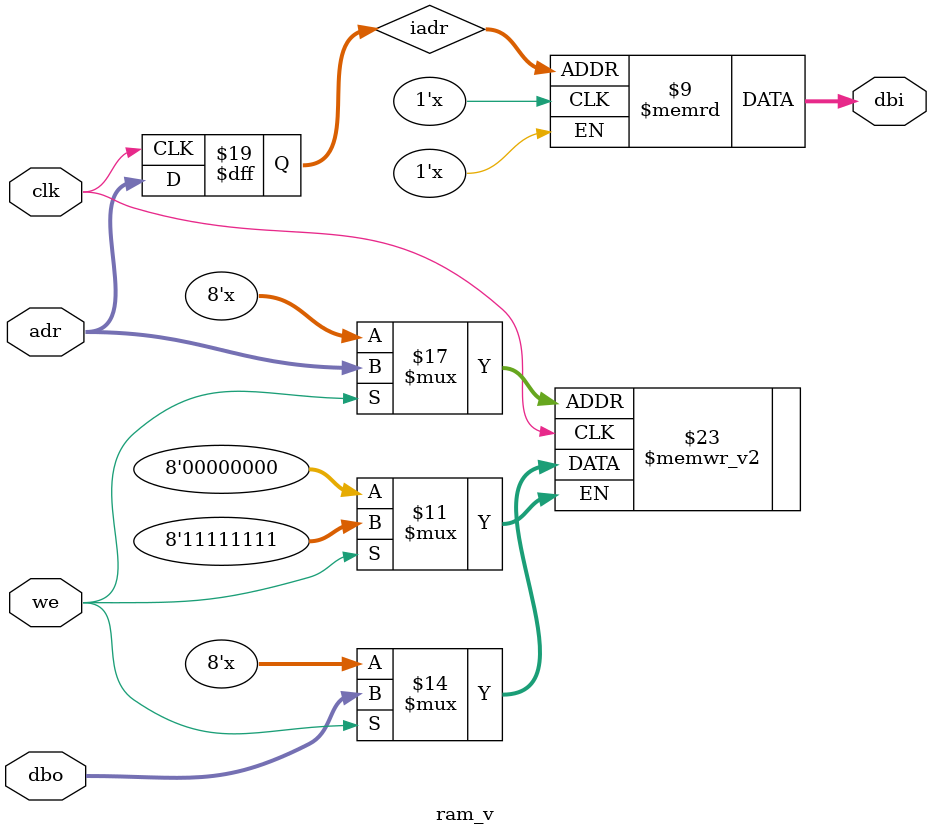
<source format=sv>

module rtc (
    input  logic                 clk21m,      // Clock signal
    input  logic                 reset,       // Reset signal

    input  logic                 setup,       // Setup signal
    input  logic [64:0]          rt,          // Real-time input

    input  logic                 clkena,      // Clock enable signal (10Hz)
    input  logic                 req,         // Request signal
    output logic                 ack,         // Acknowledge signal
    input  logic                 wrt,         // Write signal
    input  logic [15:0]          adr,         // Address bus
    output logic [7:0]           dbi,         // Data bus input
    input  logic [7:0]           dbo          // Data bus output
);

    // Internal signals and registers
    logic                       ff_req;
    logic [3:0]                 ff_1sec_cnt;

    // Register signals
    logic [3:0]                 reg_ptr;
    logic [3:0]                 reg_mode;
    logic [3:0]                 reg_sec_l;
    logic [6:4]                 reg_sec_h;
    logic [3:0]                 reg_min_l;
    logic [6:4]                 reg_min_h;
    logic [3:0]                 reg_hou_l;
    logic [5:4]                 reg_hou_h;
    logic [2:0]                 reg_wee;
    logic [3:0]                 reg_day_l;
    logic [5:4]                 reg_day_h;
    logic [3:0]                 reg_mon_l;
    logic                       reg_mon_h;
    logic [3:0]                 reg_yea_l;
    logic [7:4]                 reg_yea_h;
    logic                       reg_1224;
    logic [1:0]                 reg_leap;

    // Wire signals
    logic [15:0]                w_adr_dec;
    logic [2:0]                 w_bank_dec;
    logic                       w_wrt;
    logic                       w_mem_we;
    logic [7:0]                 w_mem_addr;
    logic [7:0]                 w_mem_q;
    logic                       w_1sec;
    logic                       w_10sec;
    logic                       w_60sec;
    logic                       w_10min;
    logic                       w_60min;
    logic                       w_10hour;
    logic                       w_1224hour;
    logic                       w_10day;
    logic                       w_next_mon;
    logic                       w_10mon;
    logic                       w_1year;
    logic                       w_10year;
    logic                       w_100year;
    logic                       w_enable;

    // Address decoder
    always_comb begin
        case (reg_ptr)
            4'b0000: w_adr_dec = 16'b0000_0000_0000_0001;
            4'b0001: w_adr_dec = 16'b0000_0000_0000_0010;
            4'b0010: w_adr_dec = 16'b0000_0000_0000_0100;
            4'b0011: w_adr_dec = 16'b0000_0000_0000_1000;
            4'b0100: w_adr_dec = 16'b0000_0000_0001_0000;
            4'b0101: w_adr_dec = 16'b0000_0000_0010_0000;
            4'b0110: w_adr_dec = 16'b0000_0000_0100_0000;
            4'b0111: w_adr_dec = 16'b0000_0000_1000_0000;
            4'b1000: w_adr_dec = 16'b0000_0001_0000_0000;
            4'b1001: w_adr_dec = 16'b0000_0010_0000_0000;
            4'b1010: w_adr_dec = 16'b0000_0100_0000_0000;
            4'b1011: w_adr_dec = 16'b0000_1000_0000_0000;
            4'b1100: w_adr_dec = 16'b0001_0000_0000_0000;
            4'b1101: w_adr_dec = 16'b0010_0000_0000_0000;
            4'b1110: w_adr_dec = 16'b0100_0000_0000_0000;
            4'b1111: w_adr_dec = 16'b1000_0000_0000_0000;
        endcase

        case (reg_mode[1:0])
            2'b00: w_bank_dec = 3'b001;
            2'b01: w_bank_dec = 3'b010;
            2'b10,
            2'b11: w_bank_dec = 3'b100;
        endcase

        w_wrt = req & wrt;
    end

    // RTC register read
    always_comb begin
        dbi = (w_adr_dec[13] && adr[0]) ? {4'b1111, reg_mode} :
              (w_bank_dec[0] && w_adr_dec[0]  && adr[0]) ? {4'b1111,    reg_sec_l} :
              (w_bank_dec[0] && w_adr_dec[1]  && adr[0]) ? {5'b11110,   reg_sec_h} :
              (w_bank_dec[0] && w_adr_dec[2]  && adr[0]) ? {4'b1111,    reg_min_l} :
              (w_bank_dec[0] && w_adr_dec[3]  && adr[0]) ? {5'b11110,   reg_min_h} :
              (w_bank_dec[0] && w_adr_dec[4]  && adr[0]) ? {4'b1111,    reg_hou_l} :
              (w_bank_dec[0] && w_adr_dec[5]  && adr[0]) ? {6'b111100,  reg_hou_h} :
              (w_bank_dec[0] && w_adr_dec[6]  && adr[0]) ? {5'b11110,   reg_wee} :
              (w_bank_dec[0] && w_adr_dec[7]  && adr[0]) ? {4'b1111,    reg_day_l} :
              (w_bank_dec[0] && w_adr_dec[8]  && adr[0]) ? {6'b111100,  reg_day_h} :
              (w_bank_dec[0] && w_adr_dec[9]  && adr[0]) ? {4'b1111,    reg_mon_l} :
              (w_bank_dec[0] && w_adr_dec[10] && adr[0]) ? {7'b1111000, reg_mon_h} :
              (w_bank_dec[0] && w_adr_dec[11] && adr[0]) ? {4'b1111,    reg_yea_l} :
              (w_bank_dec[0] && w_adr_dec[12] && adr[0]) ? {4'b1111,    reg_yea_h} :
              (w_bank_dec[1] && w_adr_dec[11] && adr[0]) ? {6'b111100,  reg_leap} :
              (w_bank_dec[2] &&                  adr[0]) ? {4'b1111,    w_mem_q[3:0]} :
              8'b1111_1111;
    end

    // Request and ack
    always_ff @(posedge clk21m) begin
        if (reset)
            ff_req <= 1'b0;
        else
            ff_req <= req;
    end

    assign ack = ff_req;

    // Mode register [te bit]
    assign w_enable = clkena & reg_mode[3];

    // 1sec timer
    always_ff @(posedge clk21m) begin
        if (reset)
            ff_1sec_cnt <= 4'b1001;
        else begin
            if (w_wrt && adr[0] && w_bank_dec[1] && w_adr_dec[15] && dbo[1])
                ff_1sec_cnt <= 4'd9;
            else if (w_1sec)
                ff_1sec_cnt <= 4'd9;
            else if (w_enable)
                ff_1sec_cnt <= ff_1sec_cnt - 1'b1;
        end
    end

    assign w_1sec = (ff_1sec_cnt == 4'b0000) ? w_enable : 1'b0;

    // 10sec timer
    always_ff @(posedge clk21m) begin
        if (w_wrt && adr[0] && w_bank_dec[0] && w_adr_dec[0])
            reg_sec_l <= dbo[3:0];
        else if (w_1sec)
            if (w_10sec)
                reg_sec_l <= 4'b0000;
            else
                reg_sec_l <= reg_sec_l + 1'b1;
        if (setup)
            reg_sec_l <= rt[3:0];
    end

    assign w_10sec = reg_sec_l == 4'd9;

    // 60sec timer
    always_ff @(posedge clk21m) begin
        if (w_wrt && adr[0] && w_bank_dec[0] && w_adr_dec[1])
            reg_sec_h <= dbo[2:0];
        else if (w_1sec && w_10sec)
            if (w_60sec)
                reg_sec_h <= 3'b000;
            else
                reg_sec_h <= reg_sec_h + 1'b1;
        if (setup)
            reg_sec_h <= rt[6:4];
    end

    assign w_60sec = reg_sec_h == 3'd5;

    // 10min timer
    always_ff @(posedge clk21m) begin
        if (w_wrt && adr[0] && w_bank_dec[0] && w_adr_dec[2])
            reg_min_l <= dbo[3:0];
        else if (w_1sec && w_10sec && w_60sec)
            if (w_10min)
                reg_min_l <= 4'b0000;
            else
                reg_min_l <= reg_min_l + 1'b1;
        if (setup)
            reg_min_l <= rt[11:8];
    end

    assign w_10min = reg_min_l == 4'd9;

    // 60min timer
    always_ff @(posedge clk21m) begin
        if (w_wrt && adr[0] && w_bank_dec[0] && w_adr_dec[3])
            reg_min_h <= dbo[2:0];
        else if (w_1sec && w_10sec && w_60sec && w_10min)
            if (w_60min)
                reg_min_h <= 3'b000;
            else
                reg_min_h <= reg_min_h + 1'b1;
        if (setup)
            reg_min_h <= rt[14:12];
    end

    assign w_60min = reg_min_h == 3'd5;

    // 10hour timer
    always_ff @(posedge clk21m) begin
        if (w_wrt && adr[0] && w_bank_dec[0] && w_adr_dec[4])
            reg_hou_l <= dbo[3:0];
        else if (w_1sec && w_10sec && w_60sec && w_10min && w_60min)
            if (w_10hour || w_1224hour)
                reg_hou_l <= 4'b0000;
            else
                reg_hou_l <= reg_hou_l + 1'b1;
        if (setup)
            reg_hou_l <= rt[19:16];
    end

    always_ff @(posedge clk21m) begin
        if (w_wrt && adr[0] && w_bank_dec[0] && w_adr_dec[5])
            reg_hou_h <= dbo[1:0];
        else if (w_1sec && w_10sec && w_60sec && w_10min && w_60min)
            if (w_10hour)
                reg_hou_h <= reg_hou_h + 1'b1;
            else if (w_1224hour) begin
                    reg_hou_h[5] <= ~reg_hou_h[5];
                    reg_hou_h[4] <= 1'b0;
                 end
        if (setup)
            reg_hou_h <= rt[21:20];
    end

    assign w_10hour = reg_hou_l == 4'd9;
    assign w_1224hour = (~reg_1224 && reg_hou_h[4] && reg_hou_l == 4'd1)     ||
                        (reg_1224 && reg_hou_h == 2'b10 && reg_hou_l == 4'd3);

    // week day timer
    always_ff @(posedge clk21m) begin
        if (w_wrt && adr[0] && w_bank_dec[0] && w_adr_dec[6])
            reg_wee <= dbo[2:0];
        else if (w_1sec && w_10sec && w_60sec && w_10min && w_60min && w_1224hour)
            if (reg_wee == 3'b110)
                reg_wee <= '0;
            else
                reg_wee <= reg_wee + 1'b1;
        if (setup)
            reg_wee <= rt[50:48];
    end

    // 10day timer
    always_ff @(posedge clk21m) begin
        if (w_wrt && adr[0] && w_bank_dec[0] && w_adr_dec[7])
            reg_day_l <= dbo[3:0];
        else if (w_1sec && w_10sec && w_60sec && w_10min && w_60min && w_1224hour)
            if (w_10day)
                reg_day_l <= 4'b0000;
            else if (w_next_mon)
                reg_day_l <= 4'b0001;
                else
                    reg_day_l <= reg_day_l + 1'b1;
        if (setup)
            reg_day_l <= rt[27:24];
    end

    assign w_10day = reg_day_l == 4'd9;

    // 1month timer
    always_ff @(posedge clk21m) begin
        if (w_wrt && adr[0] && w_bank_dec[0] && w_adr_dec[8])
            reg_day_h <= dbo[1:0];
        else if (w_1sec && w_10sec && w_60sec && w_10min && w_60min && w_1224hour)
            if (w_next_mon)
                reg_day_h <= 2'b00;
            else if (w_10day)
                reg_day_h <= reg_day_h + 1'b1;
        if (setup)
            reg_day_h <= rt[29:28];
    end

    assign w_next_mon = (                                      reg_day_h == 2'b11 && reg_day_l == 4'b0001                     ) || // xx/31
                        (~reg_mon_h && reg_mon_l == 4'b0010 && reg_day_h == 2'b10 && reg_day_l == 4'b1001 && reg_leap == 2'b00) || // 02/29  (leap year)
                        (~reg_mon_h && reg_mon_l == 4'b0010 && reg_day_h == 2'b11 && reg_day_l == 4'b1000 && reg_leap != 2'b00) || // 02/28
                        (~reg_mon_h && reg_mon_l == 4'b0100 && reg_day_h == 2'b11 && reg_day_l == 4'b0000                     ) || // 04/30
                        (~reg_mon_h && reg_mon_l == 4'b0110 && reg_day_h == 2'b11 && reg_day_l == 4'b0000                     ) || // 06/30
                        (~reg_mon_h && reg_mon_l == 4'b1001 && reg_day_h == 2'b11 && reg_day_l == 4'b0000                     ) || // 09/30
                        ( reg_mon_h && reg_mon_l == 4'b0001 && reg_day_h == 2'b11 && reg_day_l == 4'b0000                     );   // 11/30
    
    // 10month timer
    always_ff @(posedge clk21m) begin
        if (w_wrt && adr[0] && w_bank_dec[0] && w_adr_dec[9])
            reg_mon_l <= dbo[3:0];
        else if (w_1sec && w_10sec && w_60sec && w_10min && w_60min && w_1224hour && w_next_mon)
            if (w_10mon)
                reg_mon_l <= 4'b0000;
            else if (w_1year)
                reg_mon_l <= 4'b0001;
                else
                    reg_mon_l <= reg_mon_l + 1'b1;
        if (setup)
            reg_mon_l <= rt[35:32];
    end

    assign w_10mon = reg_mon_l == 4'd9;

    // 1year timer
    always_ff @(posedge clk21m) begin
        if (w_wrt && adr[0] && w_bank_dec[0] && w_adr_dec[10])
            reg_mon_h <= dbo[0];
        else if (w_1sec && w_10sec && w_60sec && w_10min && w_60min && w_1224hour && w_next_mon)
            if (w_10mon)
                reg_mon_h <= 1'b1;
            else if (w_1year)
                reg_mon_h <= 1'b0;
        if (setup)
            reg_mon_h <= rt[36];
    end

    assign w_1year = reg_mon_h && reg_mon_l== 4'd2; //x12

    // 10year timer
    always_ff @(posedge clk21m) begin
        if (w_wrt && adr[0] && w_bank_dec[0] && w_adr_dec[11])
            reg_yea_l <= dbo[3:0];
        else if (w_1sec && w_10sec && w_60sec && w_10min && w_60min && w_1224hour && w_next_mon && w_1year)
            if (w_10year)
                reg_yea_l <= 4'b0000;
            else
                reg_yea_l <= reg_yea_l + 1'b1;
        if (setup)
            reg_yea_l <= rt[43:40];
    end

    assign w_10year = reg_yea_l == 4'd9;

    // 100year timer
    always_ff @(posedge clk21m) begin
        if (w_wrt && adr[0] && w_bank_dec[0] && w_adr_dec[12])
            reg_yea_h <= dbo[3:0];
        else if (w_1sec && w_10sec && w_60sec && w_10min && w_60min && w_1224hour && w_next_mon && w_1year && w_10year)
            if (w_100year)
                reg_yea_h <= 4'b0000;
            else
                reg_yea_h <= reg_yea_h + 1'b1;
        if (setup)
            reg_yea_h <= rt[47:44] + 4'b0010;
    end

    assign w_100year = reg_yea_h == 4'd9;

    // leap year timer
    always_ff @(posedge clk21m) begin
        if (w_wrt && adr[0] && w_bank_dec[1] && w_adr_dec[11])
            reg_leap <= dbo[1:0];
        else if (w_1sec && w_10sec && w_60sec && w_10min && w_60min && w_1224hour && w_next_mon && w_1year)
            reg_leap <= reg_leap + 1'b1;
    end

    // 12hour mode/24 hour mode
    always_ff @(posedge clk21m) begin
        if (w_wrt && adr[0] && w_bank_dec[1] && w_adr_dec[10])
            reg_1224 <= dbo[0];
        if (setup)
            reg_1224 <= 1'b1;
    end

    // rtc register pointer
    always_ff @(posedge clk21m) begin
        if (reset)
            reg_ptr <= '0;
        else if (w_wrt && ~adr[0])
            reg_ptr <= dbo[3:0]; // register pointer
    end

    // rtc test register
    always_ff @(posedge clk21m) begin
        if (reset)
            reg_mode <= 4'b1000;
        else if (w_wrt && adr[0] && w_adr_dec[13])
            reg_mode <= dbo[3:0];
    end   


    // Backup memory emulation
    assign w_mem_addr = {2'b00, reg_mode[1:0], reg_ptr};
    assign w_mem_we = w_wrt && adr[0];

    // Instance of the memory module (substitute "ram" with the actual module)
    ram_v u_mem (
        .adr(w_mem_addr),
        .clk(clk21m),
        .we(w_mem_we),
        .dbo(dbo),
        .dbi(w_mem_q)
    );

endmodule

module ram_v (
  input  logic [7:0] adr,
  input  logic clk,
  input  logic we,
  input  logic [7:0] dbo,
  output logic [7:0] dbi
);

    logic [7:0] blkram[255:0];
    logic [7:0] iadr;

    always_ff @(posedge clk) begin
        if (we) begin
            blkram[adr] <= dbo;
        end
        iadr <= adr;
    end

    assign dbi = blkram[iadr];

endmodule
</source>
